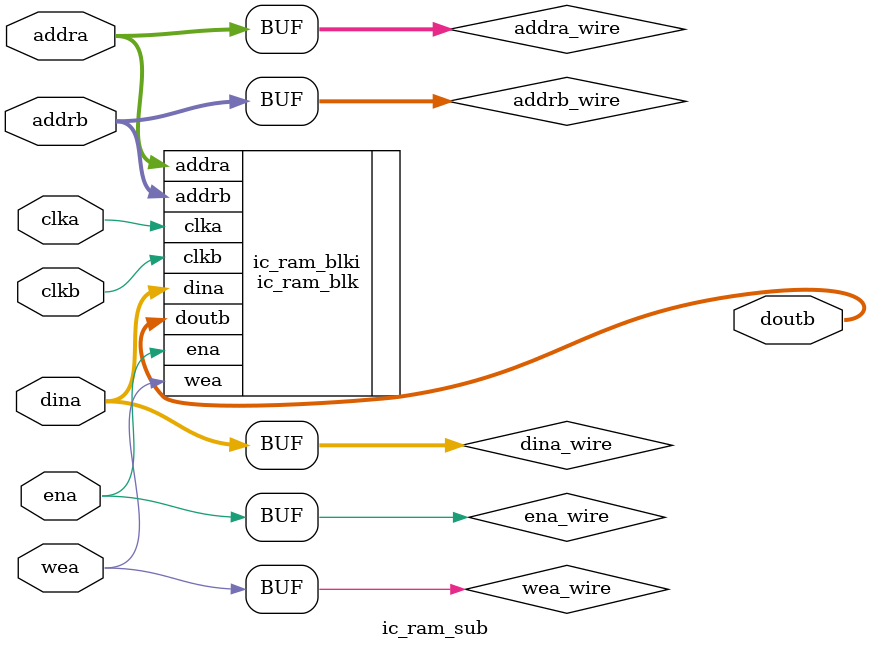
<source format=v>

/*******************************************************************************
*     This file is owned and controlled by Xilinx and must be used             *
*     solely for design, simulation, implementation and creation of            *
*     design files limited to Xilinx devices or technologies. Use              *
*     with non-Xilinx devices or technologies is expressly prohibited          *
*     and immediately terminates your license.                                 *
*                                                                              *
*     XILINX IS PROVIDING THIS DESIGN, CODE, OR INFORMATION "AS IS"            *
*     SOLELY FOR USE IN DEVELOPING PROGRAMS AND SOLUTIONS FOR                  *
*     XILINX DEVICES.  BY PROVIDING THIS DESIGN, CODE, OR INFORMATION          *
*     AS ONE POSSIBLE IMPLEMENTATION OF THIS FEATURE, APPLICATION              *
*     OR STANDARD, XILINX IS MAKING NO REPRESENTATION THAT THIS                *
*     IMPLEMENTATION IS FREE FROM ANY CLAIMS OF INFRINGEMENT,                  *
*     AND YOU ARE RESPONSIBLE FOR OBTAINING ANY RIGHTS YOU MAY REQUIRE         *
*     FOR YOUR IMPLEMENTATION.  XILINX EXPRESSLY DISCLAIMS ANY                 *
*     WARRANTY WHATSOEVER WITH RESPECT TO THE ADEQUACY OF THE                  *
*     IMPLEMENTATION, INCLUDING BUT NOT LIMITED TO ANY WARRANTIES OR           *
*     REPRESENTATIONS THAT THIS IMPLEMENTATION IS FREE FROM CLAIMS OF          *
*     INFRINGEMENT, IMPLIED WARRANTIES OF MERCHANTABILITY AND FITNESS          *
*     FOR A PARTICULAR PURPOSE.                                                *
*                                                                              *
*     Xilinx products are not intended for use in life support                 *
*     appliances, devices, or systems. Use in such applications are            *
*     expressly prohibited.                                                    *
*                                                                              *
*     (c) Copyright 1995-2009 Xilinx, Inc.                                     *
*     All rights reserved.                                                     *
*******************************************************************************/
// The synthesis directives "translate_off/translate_on" specified below are
// supported by Xilinx, Mentor Graphics and Synplicity synthesis
// tools. Ensure they are correct for your synthesis tool(s).

// You must compile the wrapper file ic_ram_blk.v when simulating
// the core, ic_ram_blk. When compiling the wrapper file, be sure to
// reference the XilinxCoreLib Verilog simulation library. For detailed
// instructions, please refer to the "CORE Generator Help".

`timescale 1ns/1ps

module ic_ram_sub(
	clka,
	ena,
	wea,
	addra,
	dina,
	clkb,
	addrb,
	doutb);



input clka;
input ena;
input [0 : 0] wea;
input [10 : 0] addra;
input [31 : 0] dina;
input clkb;
input [10 : 0] addrb;
output [31 : 0] doutb;

wire ena_wire;
wire [0 : 0] wea_wire;
wire [10 : 0] addra_wire;
wire [31 : 0] dina_wire;
wire [10 : 0] addrb_wire;

assign ena_wire = ena;
assign wea_wire = wea;
assign addra_wire = addra;
assign dina_wire = dina;
assign addrb_wire = addrb;

ic_ram_blk ic_ram_blki(
	.clka(clka),
	.ena(ena_wire),
	.wea(wea_wire),
	.addra(addra_wire),
	.dina(dina_wire),
	.clkb(clkb),
	.addrb(addrb_wire),
	.doutb(doutb));

endmodule


</source>
